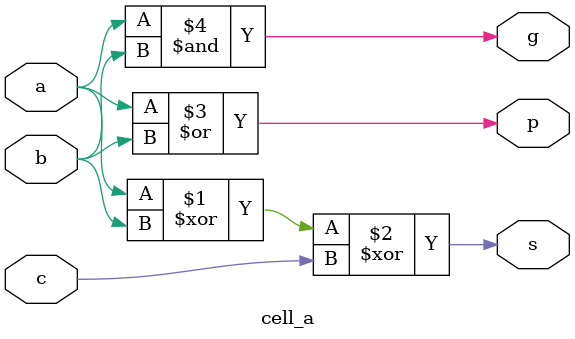
<source format=v>
`timescale 1ns / 1ps


module cell_a(
    input a,
    input b,
    input c,
    output g,
    output p,
    output s
    );
    
    assign s = a ^ b ^ c;
    assign p = a | b;
    assign g = a & b;
endmodule

</source>
